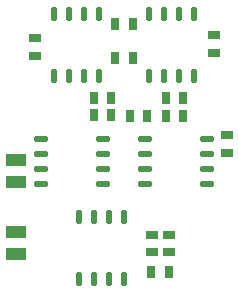
<source format=gbr>
%TF.GenerationSoftware,Altium Limited,Altium Designer,22.10.1 (41)*%
G04 Layer_Color=128*
%FSLAX45Y45*%
%MOMM*%
%TF.SameCoordinates,31040185-1CDC-4878-9C2F-C35C27A90F04*%
%TF.FilePolarity,Positive*%
%TF.FileFunction,Paste,Bot*%
%TF.Part,Single*%
G01*
G75*
%TA.AperFunction,SMDPad,CuDef*%
%ADD10O,0.55000X1.25000*%
%ADD11R,0.80000X1.00000*%
%ADD13R,1.00000X0.80000*%
%ADD30R,1.70000X1.00000*%
%ADD31O,1.25000X0.55000*%
D10*
X819500Y907500D02*
D03*
X946500D02*
D03*
X1073500D02*
D03*
X1200500D02*
D03*
X819500Y382500D02*
D03*
X946500D02*
D03*
X1073500D02*
D03*
X1200500D02*
D03*
X604500Y2622500D02*
D03*
X731500D02*
D03*
X858500D02*
D03*
X985500D02*
D03*
X604500Y2097500D02*
D03*
X731500D02*
D03*
X858500D02*
D03*
X985500D02*
D03*
X1404500Y2622500D02*
D03*
X1531500D02*
D03*
X1658500D02*
D03*
X1785500D02*
D03*
X1404500Y2097500D02*
D03*
X1531500D02*
D03*
X1658500D02*
D03*
X1785500D02*
D03*
D11*
X1575000Y440000D02*
D03*
X1425000D02*
D03*
X1700000Y1915000D02*
D03*
X1550000D02*
D03*
X1090000Y1910000D02*
D03*
X940000D02*
D03*
X940000Y1765000D02*
D03*
X1090000D02*
D03*
X1120000Y2250000D02*
D03*
X1270000D02*
D03*
X1120000Y2540000D02*
D03*
X1270000D02*
D03*
X1550000Y1760000D02*
D03*
X1700000D02*
D03*
X1245000D02*
D03*
X1395000D02*
D03*
D13*
X1955000Y2295000D02*
D03*
Y2445000D02*
D03*
X440000Y2270000D02*
D03*
Y2420000D02*
D03*
X1430000Y605000D02*
D03*
Y755000D02*
D03*
X1580000Y605000D02*
D03*
Y755000D02*
D03*
X2070000Y1450000D02*
D03*
Y1600000D02*
D03*
D30*
X285000Y780000D02*
D03*
Y590000D02*
D03*
X280000Y1390000D02*
D03*
Y1200000D02*
D03*
D31*
X1022500Y1560500D02*
D03*
Y1433500D02*
D03*
Y1306500D02*
D03*
Y1179500D02*
D03*
X497500Y1560500D02*
D03*
Y1433500D02*
D03*
Y1306500D02*
D03*
Y1179500D02*
D03*
X1902500Y1560500D02*
D03*
Y1433500D02*
D03*
Y1306500D02*
D03*
Y1179500D02*
D03*
X1377500Y1560500D02*
D03*
Y1433500D02*
D03*
Y1306500D02*
D03*
Y1179500D02*
D03*
%TF.MD5,baa46f93dcb3a6d45590e4642c147c90*%
M02*

</source>
